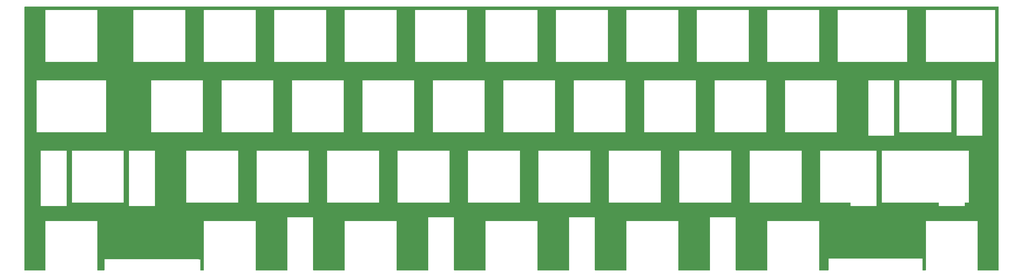
<source format=gbr>
%TF.GenerationSoftware,KiCad,Pcbnew,(6.0.7)*%
%TF.CreationDate,2023-02-03T16:02:02+01:00*%
%TF.ProjectId,kira plate,6b697261-2070-46c6-9174-652e6b696361,rev?*%
%TF.SameCoordinates,Original*%
%TF.FileFunction,Copper,L1,Top*%
%TF.FilePolarity,Positive*%
%FSLAX46Y46*%
G04 Gerber Fmt 4.6, Leading zero omitted, Abs format (unit mm)*
G04 Created by KiCad (PCBNEW (6.0.7)) date 2023-02-03 16:02:02*
%MOMM*%
%LPD*%
G01*
G04 APERTURE LIST*
G04 APERTURE END LIST*
%TA.AperFunction,NonConductor*%
G36*
X280929621Y-38120002D02*
G01*
X280976114Y-38173658D01*
X280987500Y-38226000D01*
X280987500Y-109411500D01*
X280967498Y-109479621D01*
X280913842Y-109526114D01*
X280861500Y-109537500D01*
X275416615Y-109537500D01*
X275348494Y-109517498D01*
X275302001Y-109463842D01*
X275290615Y-109411500D01*
X275290615Y-96183064D01*
X275290697Y-96182866D01*
X275290380Y-96182101D01*
X275289813Y-96181866D01*
X275289615Y-96181784D01*
X275289417Y-96181866D01*
X261289813Y-96181866D01*
X261289615Y-96181784D01*
X261289417Y-96181866D01*
X261288850Y-96182101D01*
X261288533Y-96182866D01*
X261288615Y-96183064D01*
X261288615Y-109411500D01*
X261268613Y-109479621D01*
X261214957Y-109526114D01*
X261162615Y-109537500D01*
X260476000Y-109537500D01*
X260407879Y-109517498D01*
X260361386Y-109463842D01*
X260350000Y-109411500D01*
X260350000Y-106362500D01*
X260336452Y-106362500D01*
X258984747Y-106362518D01*
X258982094Y-106362518D01*
X234950000Y-106362536D01*
X234950000Y-109411503D01*
X234929998Y-109479624D01*
X234876342Y-109526117D01*
X234824004Y-109537503D01*
X233172000Y-109537539D01*
X233171982Y-109537539D01*
X232554114Y-109537540D01*
X232485994Y-109517538D01*
X232439501Y-109463882D01*
X232428115Y-109411540D01*
X232428115Y-96183064D01*
X232428197Y-96182866D01*
X232427880Y-96182101D01*
X232427313Y-96181866D01*
X232427115Y-96181784D01*
X232426917Y-96181866D01*
X218427313Y-96181866D01*
X218427115Y-96181784D01*
X218426917Y-96181866D01*
X218426350Y-96182101D01*
X218426033Y-96182866D01*
X218426115Y-96183064D01*
X218426115Y-109411551D01*
X218406113Y-109479672D01*
X218352457Y-109526165D01*
X218300115Y-109537551D01*
X214152115Y-109537554D01*
X210004115Y-109537558D01*
X209935994Y-109517556D01*
X209889501Y-109463900D01*
X209878115Y-109411558D01*
X209878115Y-95183064D01*
X209878197Y-95182866D01*
X209877880Y-95182101D01*
X209877313Y-95181866D01*
X209877115Y-95181784D01*
X209876917Y-95181866D01*
X202877313Y-95181866D01*
X202877115Y-95181784D01*
X202876917Y-95181866D01*
X202876350Y-95182101D01*
X202876033Y-95182866D01*
X202876115Y-95183064D01*
X202876115Y-109411564D01*
X202856113Y-109479685D01*
X202802457Y-109526178D01*
X202750115Y-109537564D01*
X198602115Y-109537567D01*
X194454115Y-109537571D01*
X194385994Y-109517569D01*
X194339501Y-109463913D01*
X194328115Y-109411571D01*
X194328115Y-96183064D01*
X194328197Y-96182866D01*
X194327880Y-96182101D01*
X194327313Y-96181866D01*
X194327115Y-96181784D01*
X194326917Y-96181866D01*
X180327313Y-96181866D01*
X180327115Y-96181784D01*
X180326917Y-96181866D01*
X180326350Y-96182101D01*
X180326033Y-96182866D01*
X180326115Y-96183064D01*
X180326115Y-109411583D01*
X180306113Y-109479704D01*
X180252457Y-109526197D01*
X180200115Y-109537583D01*
X176052115Y-109537587D01*
X171904115Y-109537590D01*
X171835994Y-109517588D01*
X171789501Y-109463932D01*
X171778115Y-109411590D01*
X171778115Y-95183064D01*
X171778197Y-95182866D01*
X171777880Y-95182101D01*
X171777313Y-95181866D01*
X171777115Y-95181784D01*
X171776917Y-95181866D01*
X164777313Y-95181866D01*
X164777115Y-95181784D01*
X164776917Y-95181866D01*
X164776350Y-95182101D01*
X164776033Y-95182866D01*
X164776115Y-95183064D01*
X164776115Y-109411596D01*
X164756113Y-109479717D01*
X164702457Y-109526210D01*
X164650115Y-109537596D01*
X160502115Y-109537600D01*
X156354115Y-109537603D01*
X156285994Y-109517601D01*
X156239501Y-109463945D01*
X156228115Y-109411603D01*
X156228115Y-96183064D01*
X156228197Y-96182866D01*
X156227880Y-96182101D01*
X156227313Y-96181866D01*
X156227115Y-96181784D01*
X156226917Y-96181866D01*
X142227313Y-96181866D01*
X142227115Y-96181784D01*
X142226917Y-96181866D01*
X142226350Y-96182101D01*
X142226033Y-96182866D01*
X142226115Y-96183064D01*
X142226115Y-109411614D01*
X142206113Y-109479735D01*
X142152457Y-109526228D01*
X142100115Y-109537614D01*
X137952115Y-109537617D01*
X133804115Y-109537621D01*
X133735994Y-109517619D01*
X133689501Y-109463963D01*
X133678115Y-109411621D01*
X133678115Y-95183064D01*
X133678197Y-95182866D01*
X133677880Y-95182101D01*
X133677313Y-95181866D01*
X133677115Y-95181784D01*
X133676917Y-95181866D01*
X126677313Y-95181866D01*
X126677115Y-95181784D01*
X126676917Y-95181866D01*
X126676350Y-95182101D01*
X126676033Y-95182866D01*
X126676115Y-95183064D01*
X126676115Y-109411627D01*
X126656113Y-109479748D01*
X126602457Y-109526241D01*
X126550115Y-109537627D01*
X122402115Y-109537630D01*
X118254115Y-109537634D01*
X118185994Y-109517632D01*
X118139501Y-109463976D01*
X118128115Y-109411634D01*
X118128115Y-96183064D01*
X118128197Y-96182866D01*
X118127880Y-96182101D01*
X118127313Y-96181866D01*
X118127115Y-96181784D01*
X118126917Y-96181866D01*
X104127313Y-96181866D01*
X104127115Y-96181784D01*
X104126917Y-96181866D01*
X104126350Y-96182101D01*
X104126033Y-96182866D01*
X104126115Y-96183064D01*
X104126115Y-109411646D01*
X104106113Y-109479767D01*
X104052457Y-109526260D01*
X104000115Y-109537646D01*
X99852115Y-109537650D01*
X95704115Y-109537653D01*
X95635994Y-109517651D01*
X95589501Y-109463995D01*
X95578115Y-109411653D01*
X95578115Y-95183064D01*
X95578197Y-95182866D01*
X95577880Y-95182101D01*
X95577313Y-95181866D01*
X95577115Y-95181784D01*
X95576917Y-95181866D01*
X88577313Y-95181866D01*
X88577115Y-95181784D01*
X88576917Y-95181866D01*
X88576350Y-95182101D01*
X88576033Y-95182866D01*
X88576115Y-95183064D01*
X88576115Y-109411659D01*
X88556113Y-109479780D01*
X88502457Y-109526273D01*
X88450115Y-109537659D01*
X84302115Y-109537663D01*
X80154115Y-109537666D01*
X80085994Y-109517664D01*
X80039501Y-109464008D01*
X80028115Y-109411666D01*
X80028115Y-96183064D01*
X80028197Y-96182866D01*
X80027880Y-96182101D01*
X80027313Y-96181866D01*
X80027115Y-96181784D01*
X80026917Y-96181866D01*
X66027313Y-96181866D01*
X66027115Y-96181784D01*
X66026917Y-96181866D01*
X66026350Y-96182101D01*
X66026033Y-96182866D01*
X66026115Y-96183064D01*
X66026115Y-109411606D01*
X66006113Y-109479727D01*
X65952457Y-109526220D01*
X65900114Y-109537606D01*
X65502684Y-109537599D01*
X65149970Y-109537593D01*
X65081849Y-109517590D01*
X65035357Y-109463933D01*
X65023972Y-109411600D01*
X65023806Y-106571116D01*
X65023805Y-106553000D01*
X65011601Y-106552491D01*
X65011599Y-106552491D01*
X64314085Y-106523425D01*
X63500000Y-106489500D01*
X39116000Y-106489500D01*
X39116000Y-109411500D01*
X39095998Y-109479621D01*
X39042342Y-109526114D01*
X38990000Y-109537500D01*
X37291615Y-109537500D01*
X37223494Y-109517498D01*
X37177001Y-109463842D01*
X37165615Y-109411500D01*
X37165615Y-96183064D01*
X37165697Y-96182866D01*
X37165380Y-96182101D01*
X37164813Y-96181866D01*
X37164615Y-96181784D01*
X37164417Y-96181866D01*
X23164813Y-96181866D01*
X23164615Y-96181784D01*
X23164417Y-96181866D01*
X23163850Y-96182101D01*
X23163533Y-96182866D01*
X23163615Y-96183064D01*
X23163615Y-109411500D01*
X23143613Y-109479621D01*
X23089957Y-109526114D01*
X23037615Y-109537500D01*
X17588500Y-109537500D01*
X17520379Y-109517498D01*
X17473886Y-109463842D01*
X17462500Y-109411500D01*
X17462500Y-92132866D01*
X21869283Y-92132866D01*
X21869365Y-92133064D01*
X21869600Y-92133631D01*
X21870365Y-92133948D01*
X21870563Y-92133866D01*
X28870167Y-92133866D01*
X28870365Y-92133948D01*
X28871130Y-92133631D01*
X28871365Y-92133064D01*
X28871447Y-92132866D01*
X45745283Y-92132866D01*
X45745365Y-92133064D01*
X45745600Y-92133631D01*
X45746365Y-92133948D01*
X45746563Y-92133866D01*
X52746167Y-92133866D01*
X52746365Y-92133948D01*
X52747130Y-92133631D01*
X52747365Y-92133064D01*
X52747447Y-92132866D01*
X52747365Y-92132668D01*
X52747365Y-91132866D01*
X61263533Y-91132866D01*
X61263615Y-91133064D01*
X61263850Y-91133631D01*
X61264615Y-91133948D01*
X61264813Y-91133866D01*
X75264417Y-91133866D01*
X75264615Y-91133948D01*
X75265380Y-91133631D01*
X75265615Y-91133064D01*
X75265697Y-91132866D01*
X80313533Y-91132866D01*
X80313615Y-91133064D01*
X80313850Y-91133631D01*
X80314615Y-91133948D01*
X80314813Y-91133866D01*
X94314417Y-91133866D01*
X94314615Y-91133948D01*
X94315380Y-91133631D01*
X94315615Y-91133064D01*
X94315697Y-91132866D01*
X99363533Y-91132866D01*
X99363615Y-91133064D01*
X99363850Y-91133631D01*
X99364615Y-91133948D01*
X99364813Y-91133866D01*
X113364417Y-91133866D01*
X113364615Y-91133948D01*
X113365380Y-91133631D01*
X113365615Y-91133064D01*
X113365697Y-91132866D01*
X118413533Y-91132866D01*
X118413615Y-91133064D01*
X118413850Y-91133631D01*
X118414615Y-91133948D01*
X118414813Y-91133866D01*
X132414417Y-91133866D01*
X132414615Y-91133948D01*
X132415380Y-91133631D01*
X132415615Y-91133064D01*
X132415697Y-91132866D01*
X137463533Y-91132866D01*
X137463615Y-91133064D01*
X137463850Y-91133631D01*
X137464615Y-91133948D01*
X137464813Y-91133866D01*
X151464417Y-91133866D01*
X151464615Y-91133948D01*
X151465380Y-91133631D01*
X151465615Y-91133064D01*
X151465697Y-91132866D01*
X156513533Y-91132866D01*
X156513615Y-91133064D01*
X156513850Y-91133631D01*
X156514615Y-91133948D01*
X156514813Y-91133866D01*
X170514417Y-91133866D01*
X170514615Y-91133948D01*
X170515380Y-91133631D01*
X170515615Y-91133064D01*
X170515697Y-91132866D01*
X175563533Y-91132866D01*
X175563615Y-91133064D01*
X175563850Y-91133631D01*
X175564615Y-91133948D01*
X175564813Y-91133866D01*
X189564417Y-91133866D01*
X189564615Y-91133948D01*
X189565380Y-91133631D01*
X189565615Y-91133064D01*
X189565697Y-91132866D01*
X194613533Y-91132866D01*
X194613615Y-91133064D01*
X194613850Y-91133631D01*
X194614615Y-91133948D01*
X194614813Y-91133866D01*
X208614417Y-91133866D01*
X208614615Y-91133948D01*
X208615380Y-91133631D01*
X208615615Y-91133064D01*
X208615697Y-91132866D01*
X213663533Y-91132866D01*
X213663615Y-91133064D01*
X213663850Y-91133631D01*
X213664615Y-91133948D01*
X213664813Y-91133866D01*
X227664417Y-91133866D01*
X227664615Y-91133948D01*
X227665380Y-91133631D01*
X227665615Y-91133064D01*
X227665697Y-91132866D01*
X232713533Y-91132866D01*
X232713615Y-91133064D01*
X232713850Y-91133631D01*
X232714615Y-91133948D01*
X232714813Y-91133866D01*
X240818365Y-91133866D01*
X240886486Y-91153868D01*
X240932979Y-91207524D01*
X240944365Y-91259866D01*
X240944365Y-92132668D01*
X240944283Y-92132866D01*
X240944365Y-92133064D01*
X240944600Y-92133631D01*
X240945365Y-92133948D01*
X240945563Y-92133866D01*
X247945167Y-92133866D01*
X247945365Y-92133948D01*
X247946130Y-92133631D01*
X247946365Y-92133064D01*
X247946447Y-92132866D01*
X247946365Y-92132668D01*
X247946365Y-91132866D01*
X249382283Y-91132866D01*
X249382365Y-91133064D01*
X249382600Y-91133631D01*
X249383365Y-91133948D01*
X249383563Y-91133866D01*
X264694365Y-91133866D01*
X264762486Y-91153868D01*
X264808979Y-91207524D01*
X264820365Y-91259866D01*
X264820365Y-92132668D01*
X264820283Y-92132866D01*
X264820365Y-92133064D01*
X264820600Y-92133631D01*
X264821365Y-92133948D01*
X264821563Y-92133866D01*
X271821167Y-92133866D01*
X271821365Y-92133948D01*
X271822130Y-92133631D01*
X271822365Y-92133064D01*
X271822447Y-92132866D01*
X271822365Y-92132668D01*
X271822365Y-91259866D01*
X271842367Y-91191745D01*
X271896023Y-91145252D01*
X271948365Y-91133866D01*
X272908167Y-91133866D01*
X272908365Y-91133948D01*
X272909130Y-91133631D01*
X272909365Y-91133064D01*
X272909447Y-91132866D01*
X272909365Y-91132668D01*
X272909365Y-77133064D01*
X272909447Y-77132866D01*
X272909130Y-77132101D01*
X272908563Y-77131866D01*
X272908365Y-77131784D01*
X272908167Y-77131866D01*
X249383563Y-77131866D01*
X249383365Y-77131784D01*
X249383167Y-77131866D01*
X249382600Y-77132101D01*
X249382283Y-77132866D01*
X249382365Y-77133064D01*
X249382365Y-91132668D01*
X249382283Y-91132866D01*
X247946365Y-91132866D01*
X247946365Y-77133064D01*
X247946447Y-77132866D01*
X247946130Y-77132101D01*
X247945563Y-77131866D01*
X247945365Y-77131784D01*
X247945167Y-77131866D01*
X232714813Y-77131866D01*
X232714615Y-77131784D01*
X232714417Y-77131866D01*
X232713850Y-77132101D01*
X232713533Y-77132866D01*
X232713615Y-77133064D01*
X232713615Y-91132668D01*
X232713533Y-91132866D01*
X227665697Y-91132866D01*
X227665615Y-91132668D01*
X227665615Y-77133064D01*
X227665697Y-77132866D01*
X227665380Y-77132101D01*
X227664813Y-77131866D01*
X227664615Y-77131784D01*
X227664417Y-77131866D01*
X213664813Y-77131866D01*
X213664615Y-77131784D01*
X213664417Y-77131866D01*
X213663850Y-77132101D01*
X213663533Y-77132866D01*
X213663615Y-77133064D01*
X213663615Y-91132668D01*
X213663533Y-91132866D01*
X208615697Y-91132866D01*
X208615615Y-91132668D01*
X208615615Y-77133064D01*
X208615697Y-77132866D01*
X208615380Y-77132101D01*
X208614813Y-77131866D01*
X208614615Y-77131784D01*
X208614417Y-77131866D01*
X194614813Y-77131866D01*
X194614615Y-77131784D01*
X194614417Y-77131866D01*
X194613850Y-77132101D01*
X194613533Y-77132866D01*
X194613615Y-77133064D01*
X194613615Y-91132668D01*
X194613533Y-91132866D01*
X189565697Y-91132866D01*
X189565615Y-91132668D01*
X189565615Y-77133064D01*
X189565697Y-77132866D01*
X189565380Y-77132101D01*
X189564813Y-77131866D01*
X189564615Y-77131784D01*
X189564417Y-77131866D01*
X175564813Y-77131866D01*
X175564615Y-77131784D01*
X175564417Y-77131866D01*
X175563850Y-77132101D01*
X175563533Y-77132866D01*
X175563615Y-77133064D01*
X175563615Y-91132668D01*
X175563533Y-91132866D01*
X170515697Y-91132866D01*
X170515615Y-91132668D01*
X170515615Y-77133064D01*
X170515697Y-77132866D01*
X170515380Y-77132101D01*
X170514813Y-77131866D01*
X170514615Y-77131784D01*
X170514417Y-77131866D01*
X156514813Y-77131866D01*
X156514615Y-77131784D01*
X156514417Y-77131866D01*
X156513850Y-77132101D01*
X156513533Y-77132866D01*
X156513615Y-77133064D01*
X156513615Y-91132668D01*
X156513533Y-91132866D01*
X151465697Y-91132866D01*
X151465615Y-91132668D01*
X151465615Y-77133064D01*
X151465697Y-77132866D01*
X151465380Y-77132101D01*
X151464813Y-77131866D01*
X151464615Y-77131784D01*
X151464417Y-77131866D01*
X137464813Y-77131866D01*
X137464615Y-77131784D01*
X137464417Y-77131866D01*
X137463850Y-77132101D01*
X137463533Y-77132866D01*
X137463615Y-77133064D01*
X137463615Y-91132668D01*
X137463533Y-91132866D01*
X132415697Y-91132866D01*
X132415615Y-91132668D01*
X132415615Y-77133064D01*
X132415697Y-77132866D01*
X132415380Y-77132101D01*
X132414813Y-77131866D01*
X132414615Y-77131784D01*
X132414417Y-77131866D01*
X118414813Y-77131866D01*
X118414615Y-77131784D01*
X118414417Y-77131866D01*
X118413850Y-77132101D01*
X118413533Y-77132866D01*
X118413615Y-77133064D01*
X118413615Y-91132668D01*
X118413533Y-91132866D01*
X113365697Y-91132866D01*
X113365615Y-91132668D01*
X113365615Y-77133064D01*
X113365697Y-77132866D01*
X113365380Y-77132101D01*
X113364813Y-77131866D01*
X113364615Y-77131784D01*
X113364417Y-77131866D01*
X99364813Y-77131866D01*
X99364615Y-77131784D01*
X99364417Y-77131866D01*
X99363850Y-77132101D01*
X99363533Y-77132866D01*
X99363615Y-77133064D01*
X99363615Y-91132668D01*
X99363533Y-91132866D01*
X94315697Y-91132866D01*
X94315615Y-91132668D01*
X94315615Y-77133064D01*
X94315697Y-77132866D01*
X94315380Y-77132101D01*
X94314813Y-77131866D01*
X94314615Y-77131784D01*
X94314417Y-77131866D01*
X80314813Y-77131866D01*
X80314615Y-77131784D01*
X80314417Y-77131866D01*
X80313850Y-77132101D01*
X80313533Y-77132866D01*
X80313615Y-77133064D01*
X80313615Y-91132668D01*
X80313533Y-91132866D01*
X75265697Y-91132866D01*
X75265615Y-91132668D01*
X75265615Y-77133064D01*
X75265697Y-77132866D01*
X75265380Y-77132101D01*
X75264813Y-77131866D01*
X75264615Y-77131784D01*
X75264417Y-77131866D01*
X61264813Y-77131866D01*
X61264615Y-77131784D01*
X61264417Y-77131866D01*
X61263850Y-77132101D01*
X61263533Y-77132866D01*
X61263615Y-77133064D01*
X61263615Y-91132668D01*
X61263533Y-91132866D01*
X52747365Y-91132866D01*
X52747365Y-77133064D01*
X52747447Y-77132866D01*
X52747130Y-77132101D01*
X52746563Y-77131866D01*
X52746365Y-77131784D01*
X52746167Y-77131866D01*
X45746563Y-77131866D01*
X45746365Y-77131784D01*
X45746167Y-77131866D01*
X45745600Y-77132101D01*
X45745283Y-77132866D01*
X45745365Y-77133064D01*
X45745365Y-92132668D01*
X45745283Y-92132866D01*
X28871447Y-92132866D01*
X28871365Y-92132668D01*
X28871365Y-91132866D01*
X30307283Y-91132866D01*
X30307365Y-91133064D01*
X30307600Y-91133631D01*
X30308365Y-91133948D01*
X30308563Y-91133866D01*
X44308167Y-91133866D01*
X44308365Y-91133948D01*
X44309130Y-91133631D01*
X44309365Y-91133064D01*
X44309447Y-91132866D01*
X44309365Y-91132668D01*
X44309365Y-77133064D01*
X44309447Y-77132866D01*
X44309130Y-77132101D01*
X44308563Y-77131866D01*
X44308365Y-77131784D01*
X44308167Y-77131866D01*
X30308563Y-77131866D01*
X30308365Y-77131784D01*
X30308167Y-77131866D01*
X30307600Y-77132101D01*
X30307283Y-77132866D01*
X30307365Y-77133064D01*
X30307365Y-91132668D01*
X30307283Y-91132866D01*
X28871365Y-91132866D01*
X28871365Y-77133064D01*
X28871447Y-77132866D01*
X28871130Y-77132101D01*
X28870563Y-77131866D01*
X28870365Y-77131784D01*
X28870167Y-77131866D01*
X21870563Y-77131866D01*
X21870365Y-77131784D01*
X21870167Y-77131866D01*
X21869600Y-77132101D01*
X21869283Y-77132866D01*
X21869365Y-77133064D01*
X21869365Y-92132668D01*
X21869283Y-92132866D01*
X17462500Y-92132866D01*
X17462500Y-73082866D01*
X245706783Y-73082866D01*
X245706865Y-73083064D01*
X245707100Y-73083631D01*
X245707865Y-73083948D01*
X245708063Y-73083866D01*
X252707667Y-73083866D01*
X252707865Y-73083948D01*
X252708630Y-73083631D01*
X252708865Y-73083064D01*
X252708947Y-73082866D01*
X269582783Y-73082866D01*
X269582865Y-73083064D01*
X269583100Y-73083631D01*
X269583865Y-73083948D01*
X269584063Y-73083866D01*
X276583667Y-73083866D01*
X276583865Y-73083948D01*
X276584630Y-73083631D01*
X276584865Y-73083064D01*
X276584947Y-73082866D01*
X276584865Y-73082668D01*
X276584865Y-58083064D01*
X276584947Y-58082866D01*
X276584630Y-58082101D01*
X276584063Y-58081866D01*
X276583865Y-58081784D01*
X276583667Y-58081866D01*
X269584063Y-58081866D01*
X269583865Y-58081784D01*
X269583667Y-58081866D01*
X269583100Y-58082101D01*
X269582783Y-58082866D01*
X269582865Y-58083064D01*
X269582865Y-73082668D01*
X269582783Y-73082866D01*
X252708947Y-73082866D01*
X252708865Y-73082668D01*
X252708865Y-72082866D01*
X254144783Y-72082866D01*
X254144865Y-72083064D01*
X254145100Y-72083631D01*
X254145865Y-72083948D01*
X254146063Y-72083866D01*
X268145667Y-72083866D01*
X268145865Y-72083948D01*
X268146630Y-72083631D01*
X268146865Y-72083064D01*
X268146947Y-72082866D01*
X268146865Y-72082668D01*
X268146865Y-58083064D01*
X268146947Y-58082866D01*
X268146630Y-58082101D01*
X268146063Y-58081866D01*
X268145865Y-58081784D01*
X268145667Y-58081866D01*
X254146063Y-58081866D01*
X254145865Y-58081784D01*
X254145667Y-58081866D01*
X254145100Y-58082101D01*
X254144783Y-58082866D01*
X254144865Y-58083064D01*
X254144865Y-72082668D01*
X254144783Y-72082866D01*
X252708865Y-72082866D01*
X252708865Y-58083064D01*
X252708947Y-58082866D01*
X252708630Y-58082101D01*
X252708063Y-58081866D01*
X252707865Y-58081784D01*
X252707667Y-58081866D01*
X245708063Y-58081866D01*
X245707865Y-58081784D01*
X245707667Y-58081866D01*
X245707100Y-58082101D01*
X245706783Y-58082866D01*
X245706865Y-58083064D01*
X245706865Y-73082668D01*
X245706783Y-73082866D01*
X17462500Y-73082866D01*
X17462500Y-72082866D01*
X20782283Y-72082866D01*
X20782365Y-72083064D01*
X20782600Y-72083631D01*
X20783365Y-72083948D01*
X20783563Y-72083866D01*
X39545667Y-72083866D01*
X39545865Y-72083948D01*
X39546630Y-72083631D01*
X39546865Y-72083064D01*
X39546947Y-72082866D01*
X51738533Y-72082866D01*
X51738615Y-72083064D01*
X51738850Y-72083631D01*
X51739615Y-72083948D01*
X51739813Y-72083866D01*
X65739417Y-72083866D01*
X65739615Y-72083948D01*
X65740380Y-72083631D01*
X65740615Y-72083064D01*
X65740697Y-72082866D01*
X70788533Y-72082866D01*
X70788615Y-72083064D01*
X70788850Y-72083631D01*
X70789615Y-72083948D01*
X70789813Y-72083866D01*
X84789417Y-72083866D01*
X84789615Y-72083948D01*
X84790380Y-72083631D01*
X84790615Y-72083064D01*
X84790697Y-72082866D01*
X89838533Y-72082866D01*
X89838615Y-72083064D01*
X89838850Y-72083631D01*
X89839615Y-72083948D01*
X89839813Y-72083866D01*
X103839417Y-72083866D01*
X103839615Y-72083948D01*
X103840380Y-72083631D01*
X103840615Y-72083064D01*
X103840697Y-72082866D01*
X108888533Y-72082866D01*
X108888615Y-72083064D01*
X108888850Y-72083631D01*
X108889615Y-72083948D01*
X108889813Y-72083866D01*
X122889417Y-72083866D01*
X122889615Y-72083948D01*
X122890380Y-72083631D01*
X122890615Y-72083064D01*
X122890697Y-72082866D01*
X127938533Y-72082866D01*
X127938615Y-72083064D01*
X127938850Y-72083631D01*
X127939615Y-72083948D01*
X127939813Y-72083866D01*
X141939417Y-72083866D01*
X141939615Y-72083948D01*
X141940380Y-72083631D01*
X141940615Y-72083064D01*
X141940697Y-72082866D01*
X146988533Y-72082866D01*
X146988615Y-72083064D01*
X146988850Y-72083631D01*
X146989615Y-72083948D01*
X146989813Y-72083866D01*
X160989417Y-72083866D01*
X160989615Y-72083948D01*
X160990380Y-72083631D01*
X160990615Y-72083064D01*
X160990697Y-72082866D01*
X166038533Y-72082866D01*
X166038615Y-72083064D01*
X166038850Y-72083631D01*
X166039615Y-72083948D01*
X166039813Y-72083866D01*
X180039417Y-72083866D01*
X180039615Y-72083948D01*
X180040380Y-72083631D01*
X180040615Y-72083064D01*
X180040697Y-72082866D01*
X185088533Y-72082866D01*
X185088615Y-72083064D01*
X185088850Y-72083631D01*
X185089615Y-72083948D01*
X185089813Y-72083866D01*
X199089417Y-72083866D01*
X199089615Y-72083948D01*
X199090380Y-72083631D01*
X199090615Y-72083064D01*
X199090697Y-72082866D01*
X204138533Y-72082866D01*
X204138615Y-72083064D01*
X204138850Y-72083631D01*
X204139615Y-72083948D01*
X204139813Y-72083866D01*
X218139417Y-72083866D01*
X218139615Y-72083948D01*
X218140380Y-72083631D01*
X218140615Y-72083064D01*
X218140697Y-72082866D01*
X223188533Y-72082866D01*
X223188615Y-72083064D01*
X223188850Y-72083631D01*
X223189615Y-72083948D01*
X223189813Y-72083866D01*
X237189417Y-72083866D01*
X237189615Y-72083948D01*
X237190380Y-72083631D01*
X237190615Y-72083064D01*
X237190697Y-72082866D01*
X237190615Y-72082668D01*
X237190615Y-58083064D01*
X237190697Y-58082866D01*
X237190380Y-58082101D01*
X237189813Y-58081866D01*
X237189615Y-58081784D01*
X237189417Y-58081866D01*
X223189813Y-58081866D01*
X223189615Y-58081784D01*
X223189417Y-58081866D01*
X223188850Y-58082101D01*
X223188533Y-58082866D01*
X223188615Y-58083064D01*
X223188615Y-72082668D01*
X223188533Y-72082866D01*
X218140697Y-72082866D01*
X218140615Y-72082668D01*
X218140615Y-58083064D01*
X218140697Y-58082866D01*
X218140380Y-58082101D01*
X218139813Y-58081866D01*
X218139615Y-58081784D01*
X218139417Y-58081866D01*
X204139813Y-58081866D01*
X204139615Y-58081784D01*
X204139417Y-58081866D01*
X204138850Y-58082101D01*
X204138533Y-58082866D01*
X204138615Y-58083064D01*
X204138615Y-72082668D01*
X204138533Y-72082866D01*
X199090697Y-72082866D01*
X199090615Y-72082668D01*
X199090615Y-58083064D01*
X199090697Y-58082866D01*
X199090380Y-58082101D01*
X199089813Y-58081866D01*
X199089615Y-58081784D01*
X199089417Y-58081866D01*
X185089813Y-58081866D01*
X185089615Y-58081784D01*
X185089417Y-58081866D01*
X185088850Y-58082101D01*
X185088533Y-58082866D01*
X185088615Y-58083064D01*
X185088615Y-72082668D01*
X185088533Y-72082866D01*
X180040697Y-72082866D01*
X180040615Y-72082668D01*
X180040615Y-58083064D01*
X180040697Y-58082866D01*
X180040380Y-58082101D01*
X180039813Y-58081866D01*
X180039615Y-58081784D01*
X180039417Y-58081866D01*
X166039813Y-58081866D01*
X166039615Y-58081784D01*
X166039417Y-58081866D01*
X166038850Y-58082101D01*
X166038533Y-58082866D01*
X166038615Y-58083064D01*
X166038615Y-72082668D01*
X166038533Y-72082866D01*
X160990697Y-72082866D01*
X160990615Y-72082668D01*
X160990615Y-58083064D01*
X160990697Y-58082866D01*
X160990380Y-58082101D01*
X160989813Y-58081866D01*
X160989615Y-58081784D01*
X160989417Y-58081866D01*
X146989813Y-58081866D01*
X146989615Y-58081784D01*
X146989417Y-58081866D01*
X146988850Y-58082101D01*
X146988533Y-58082866D01*
X146988615Y-58083064D01*
X146988615Y-72082668D01*
X146988533Y-72082866D01*
X141940697Y-72082866D01*
X141940615Y-72082668D01*
X141940615Y-58083064D01*
X141940697Y-58082866D01*
X141940380Y-58082101D01*
X141939813Y-58081866D01*
X141939615Y-58081784D01*
X141939417Y-58081866D01*
X127939813Y-58081866D01*
X127939615Y-58081784D01*
X127939417Y-58081866D01*
X127938850Y-58082101D01*
X127938533Y-58082866D01*
X127938615Y-58083064D01*
X127938615Y-72082668D01*
X127938533Y-72082866D01*
X122890697Y-72082866D01*
X122890615Y-72082668D01*
X122890615Y-58083064D01*
X122890697Y-58082866D01*
X122890380Y-58082101D01*
X122889813Y-58081866D01*
X122889615Y-58081784D01*
X122889417Y-58081866D01*
X108889813Y-58081866D01*
X108889615Y-58081784D01*
X108889417Y-58081866D01*
X108888850Y-58082101D01*
X108888533Y-58082866D01*
X108888615Y-58083064D01*
X108888615Y-72082668D01*
X108888533Y-72082866D01*
X103840697Y-72082866D01*
X103840615Y-72082668D01*
X103840615Y-58083064D01*
X103840697Y-58082866D01*
X103840380Y-58082101D01*
X103839813Y-58081866D01*
X103839615Y-58081784D01*
X103839417Y-58081866D01*
X89839813Y-58081866D01*
X89839615Y-58081784D01*
X89839417Y-58081866D01*
X89838850Y-58082101D01*
X89838533Y-58082866D01*
X89838615Y-58083064D01*
X89838615Y-72082668D01*
X89838533Y-72082866D01*
X84790697Y-72082866D01*
X84790615Y-72082668D01*
X84790615Y-58083064D01*
X84790697Y-58082866D01*
X84790380Y-58082101D01*
X84789813Y-58081866D01*
X84789615Y-58081784D01*
X84789417Y-58081866D01*
X70789813Y-58081866D01*
X70789615Y-58081784D01*
X70789417Y-58081866D01*
X70788850Y-58082101D01*
X70788533Y-58082866D01*
X70788615Y-58083064D01*
X70788615Y-72082668D01*
X70788533Y-72082866D01*
X65740697Y-72082866D01*
X65740615Y-72082668D01*
X65740615Y-58083064D01*
X65740697Y-58082866D01*
X65740380Y-58082101D01*
X65739813Y-58081866D01*
X65739615Y-58081784D01*
X65739417Y-58081866D01*
X51739813Y-58081866D01*
X51739615Y-58081784D01*
X51739417Y-58081866D01*
X51738850Y-58082101D01*
X51738533Y-58082866D01*
X51738615Y-58083064D01*
X51738615Y-72082668D01*
X51738533Y-72082866D01*
X39546947Y-72082866D01*
X39546865Y-72082668D01*
X39546865Y-58083064D01*
X39546947Y-58082866D01*
X39546630Y-58082101D01*
X39546063Y-58081866D01*
X39545865Y-58081784D01*
X39545667Y-58081866D01*
X20783563Y-58081866D01*
X20783365Y-58081784D01*
X20783167Y-58081866D01*
X20782600Y-58082101D01*
X20782283Y-58082866D01*
X20782365Y-58083064D01*
X20782365Y-72082668D01*
X20782283Y-72082866D01*
X17462500Y-72082866D01*
X17462500Y-53032866D01*
X23163533Y-53032866D01*
X23163615Y-53033064D01*
X23163850Y-53033631D01*
X23164615Y-53033948D01*
X23164813Y-53033866D01*
X37164417Y-53033866D01*
X37164615Y-53033948D01*
X37165380Y-53033631D01*
X37165615Y-53033064D01*
X37165697Y-53032866D01*
X46976033Y-53032866D01*
X46976115Y-53033064D01*
X46976350Y-53033631D01*
X46977115Y-53033948D01*
X46977313Y-53033866D01*
X60976917Y-53033866D01*
X60977115Y-53033948D01*
X60977880Y-53033631D01*
X60978115Y-53033064D01*
X60978197Y-53032866D01*
X66026033Y-53032866D01*
X66026115Y-53033064D01*
X66026350Y-53033631D01*
X66027115Y-53033948D01*
X66027313Y-53033866D01*
X80026917Y-53033866D01*
X80027115Y-53033948D01*
X80027880Y-53033631D01*
X80028115Y-53033064D01*
X80028197Y-53032866D01*
X85076033Y-53032866D01*
X85076115Y-53033064D01*
X85076350Y-53033631D01*
X85077115Y-53033948D01*
X85077313Y-53033866D01*
X99076917Y-53033866D01*
X99077115Y-53033948D01*
X99077880Y-53033631D01*
X99078115Y-53033064D01*
X99078197Y-53032866D01*
X104126033Y-53032866D01*
X104126115Y-53033064D01*
X104126350Y-53033631D01*
X104127115Y-53033948D01*
X104127313Y-53033866D01*
X118126917Y-53033866D01*
X118127115Y-53033948D01*
X118127880Y-53033631D01*
X118128115Y-53033064D01*
X118128197Y-53032866D01*
X123176033Y-53032866D01*
X123176115Y-53033064D01*
X123176350Y-53033631D01*
X123177115Y-53033948D01*
X123177313Y-53033866D01*
X137176917Y-53033866D01*
X137177115Y-53033948D01*
X137177880Y-53033631D01*
X137178115Y-53033064D01*
X137178197Y-53032866D01*
X142226033Y-53032866D01*
X142226115Y-53033064D01*
X142226350Y-53033631D01*
X142227115Y-53033948D01*
X142227313Y-53033866D01*
X156226917Y-53033866D01*
X156227115Y-53033948D01*
X156227880Y-53033631D01*
X156228115Y-53033064D01*
X156228197Y-53032866D01*
X161276033Y-53032866D01*
X161276115Y-53033064D01*
X161276350Y-53033631D01*
X161277115Y-53033948D01*
X161277313Y-53033866D01*
X175276917Y-53033866D01*
X175277115Y-53033948D01*
X175277880Y-53033631D01*
X175278115Y-53033064D01*
X175278197Y-53032866D01*
X180326033Y-53032866D01*
X180326115Y-53033064D01*
X180326350Y-53033631D01*
X180327115Y-53033948D01*
X180327313Y-53033866D01*
X194326917Y-53033866D01*
X194327115Y-53033948D01*
X194327880Y-53033631D01*
X194328115Y-53033064D01*
X194328197Y-53032866D01*
X199376033Y-53032866D01*
X199376115Y-53033064D01*
X199376350Y-53033631D01*
X199377115Y-53033948D01*
X199377313Y-53033866D01*
X213376917Y-53033866D01*
X213377115Y-53033948D01*
X213377880Y-53033631D01*
X213378115Y-53033064D01*
X213378197Y-53032866D01*
X218426033Y-53032866D01*
X218426115Y-53033064D01*
X218426350Y-53033631D01*
X218427115Y-53033948D01*
X218427313Y-53033866D01*
X232426917Y-53033866D01*
X232427115Y-53033948D01*
X232427880Y-53033631D01*
X232428115Y-53033064D01*
X232428197Y-53032866D01*
X237476033Y-53032866D01*
X237476115Y-53033064D01*
X237476350Y-53033631D01*
X237477115Y-53033948D01*
X237477313Y-53033866D01*
X256239417Y-53033866D01*
X256239615Y-53033948D01*
X256240380Y-53033631D01*
X256240615Y-53033064D01*
X256240697Y-53032866D01*
X261288533Y-53032866D01*
X261288615Y-53033064D01*
X261288850Y-53033631D01*
X261289615Y-53033948D01*
X261289813Y-53033866D01*
X280051917Y-53033866D01*
X280052115Y-53033948D01*
X280052880Y-53033631D01*
X280053115Y-53033064D01*
X280053197Y-53032866D01*
X280053115Y-53032668D01*
X280053115Y-39033064D01*
X280053197Y-39032866D01*
X280052880Y-39032101D01*
X280052313Y-39031866D01*
X280052115Y-39031784D01*
X280051917Y-39031866D01*
X261289813Y-39031866D01*
X261289615Y-39031784D01*
X261289417Y-39031866D01*
X261288850Y-39032101D01*
X261288533Y-39032866D01*
X261288615Y-39033064D01*
X261288615Y-53032668D01*
X261288533Y-53032866D01*
X256240697Y-53032866D01*
X256240615Y-53032668D01*
X256240615Y-39033064D01*
X256240697Y-39032866D01*
X256240380Y-39032101D01*
X256239813Y-39031866D01*
X256239615Y-39031784D01*
X256239417Y-39031866D01*
X237477313Y-39031866D01*
X237477115Y-39031784D01*
X237476917Y-39031866D01*
X237476350Y-39032101D01*
X237476033Y-39032866D01*
X237476115Y-39033064D01*
X237476115Y-53032668D01*
X237476033Y-53032866D01*
X232428197Y-53032866D01*
X232428115Y-53032668D01*
X232428115Y-39033064D01*
X232428197Y-39032866D01*
X232427880Y-39032101D01*
X232427313Y-39031866D01*
X232427115Y-39031784D01*
X232426917Y-39031866D01*
X218427313Y-39031866D01*
X218427115Y-39031784D01*
X218426917Y-39031866D01*
X218426350Y-39032101D01*
X218426033Y-39032866D01*
X218426115Y-39033064D01*
X218426115Y-53032668D01*
X218426033Y-53032866D01*
X213378197Y-53032866D01*
X213378115Y-53032668D01*
X213378115Y-39033064D01*
X213378197Y-39032866D01*
X213377880Y-39032101D01*
X213377313Y-39031866D01*
X213377115Y-39031784D01*
X213376917Y-39031866D01*
X199377313Y-39031866D01*
X199377115Y-39031784D01*
X199376917Y-39031866D01*
X199376350Y-39032101D01*
X199376033Y-39032866D01*
X199376115Y-39033064D01*
X199376115Y-53032668D01*
X199376033Y-53032866D01*
X194328197Y-53032866D01*
X194328115Y-53032668D01*
X194328115Y-39033064D01*
X194328197Y-39032866D01*
X194327880Y-39032101D01*
X194327313Y-39031866D01*
X194327115Y-39031784D01*
X194326917Y-39031866D01*
X180327313Y-39031866D01*
X180327115Y-39031784D01*
X180326917Y-39031866D01*
X180326350Y-39032101D01*
X180326033Y-39032866D01*
X180326115Y-39033064D01*
X180326115Y-53032668D01*
X180326033Y-53032866D01*
X175278197Y-53032866D01*
X175278115Y-53032668D01*
X175278115Y-39033064D01*
X175278197Y-39032866D01*
X175277880Y-39032101D01*
X175277313Y-39031866D01*
X175277115Y-39031784D01*
X175276917Y-39031866D01*
X161277313Y-39031866D01*
X161277115Y-39031784D01*
X161276917Y-39031866D01*
X161276350Y-39032101D01*
X161276033Y-39032866D01*
X161276115Y-39033064D01*
X161276115Y-53032668D01*
X161276033Y-53032866D01*
X156228197Y-53032866D01*
X156228115Y-53032668D01*
X156228115Y-39033064D01*
X156228197Y-39032866D01*
X156227880Y-39032101D01*
X156227313Y-39031866D01*
X156227115Y-39031784D01*
X156226917Y-39031866D01*
X142227313Y-39031866D01*
X142227115Y-39031784D01*
X142226917Y-39031866D01*
X142226350Y-39032101D01*
X142226033Y-39032866D01*
X142226115Y-39033064D01*
X142226115Y-53032668D01*
X142226033Y-53032866D01*
X137178197Y-53032866D01*
X137178115Y-53032668D01*
X137178115Y-39033064D01*
X137178197Y-39032866D01*
X137177880Y-39032101D01*
X137177313Y-39031866D01*
X137177115Y-39031784D01*
X137176917Y-39031866D01*
X123177313Y-39031866D01*
X123177115Y-39031784D01*
X123176917Y-39031866D01*
X123176350Y-39032101D01*
X123176033Y-39032866D01*
X123176115Y-39033064D01*
X123176115Y-53032668D01*
X123176033Y-53032866D01*
X118128197Y-53032866D01*
X118128115Y-53032668D01*
X118128115Y-39033064D01*
X118128197Y-39032866D01*
X118127880Y-39032101D01*
X118127313Y-39031866D01*
X118127115Y-39031784D01*
X118126917Y-39031866D01*
X104127313Y-39031866D01*
X104127115Y-39031784D01*
X104126917Y-39031866D01*
X104126350Y-39032101D01*
X104126033Y-39032866D01*
X104126115Y-39033064D01*
X104126115Y-53032668D01*
X104126033Y-53032866D01*
X99078197Y-53032866D01*
X99078115Y-53032668D01*
X99078115Y-39033064D01*
X99078197Y-39032866D01*
X99077880Y-39032101D01*
X99077313Y-39031866D01*
X99077115Y-39031784D01*
X99076917Y-39031866D01*
X85077313Y-39031866D01*
X85077115Y-39031784D01*
X85076917Y-39031866D01*
X85076350Y-39032101D01*
X85076033Y-39032866D01*
X85076115Y-39033064D01*
X85076115Y-53032668D01*
X85076033Y-53032866D01*
X80028197Y-53032866D01*
X80028115Y-53032668D01*
X80028115Y-39033064D01*
X80028197Y-39032866D01*
X80027880Y-39032101D01*
X80027313Y-39031866D01*
X80027115Y-39031784D01*
X80026917Y-39031866D01*
X66027313Y-39031866D01*
X66027115Y-39031784D01*
X66026917Y-39031866D01*
X66026350Y-39032101D01*
X66026033Y-39032866D01*
X66026115Y-39033064D01*
X66026115Y-53032668D01*
X66026033Y-53032866D01*
X60978197Y-53032866D01*
X60978115Y-53032668D01*
X60978115Y-39033064D01*
X60978197Y-39032866D01*
X60977880Y-39032101D01*
X60977313Y-39031866D01*
X60977115Y-39031784D01*
X60976917Y-39031866D01*
X46977313Y-39031866D01*
X46977115Y-39031784D01*
X46976917Y-39031866D01*
X46976350Y-39032101D01*
X46976033Y-39032866D01*
X46976115Y-39033064D01*
X46976115Y-53032668D01*
X46976033Y-53032866D01*
X37165697Y-53032866D01*
X37165615Y-53032668D01*
X37165615Y-39033064D01*
X37165697Y-39032866D01*
X37165380Y-39032101D01*
X37164813Y-39031866D01*
X37164615Y-39031784D01*
X37164417Y-39031866D01*
X23164813Y-39031866D01*
X23164615Y-39031784D01*
X23164417Y-39031866D01*
X23163850Y-39032101D01*
X23163533Y-39032866D01*
X23163615Y-39033064D01*
X23163615Y-53032668D01*
X23163533Y-53032866D01*
X17462500Y-53032866D01*
X17462500Y-38226000D01*
X17482502Y-38157879D01*
X17536158Y-38111386D01*
X17588500Y-38100000D01*
X280861500Y-38100000D01*
X280929621Y-38120002D01*
G37*
%TD.AperFunction*%
M02*

</source>
